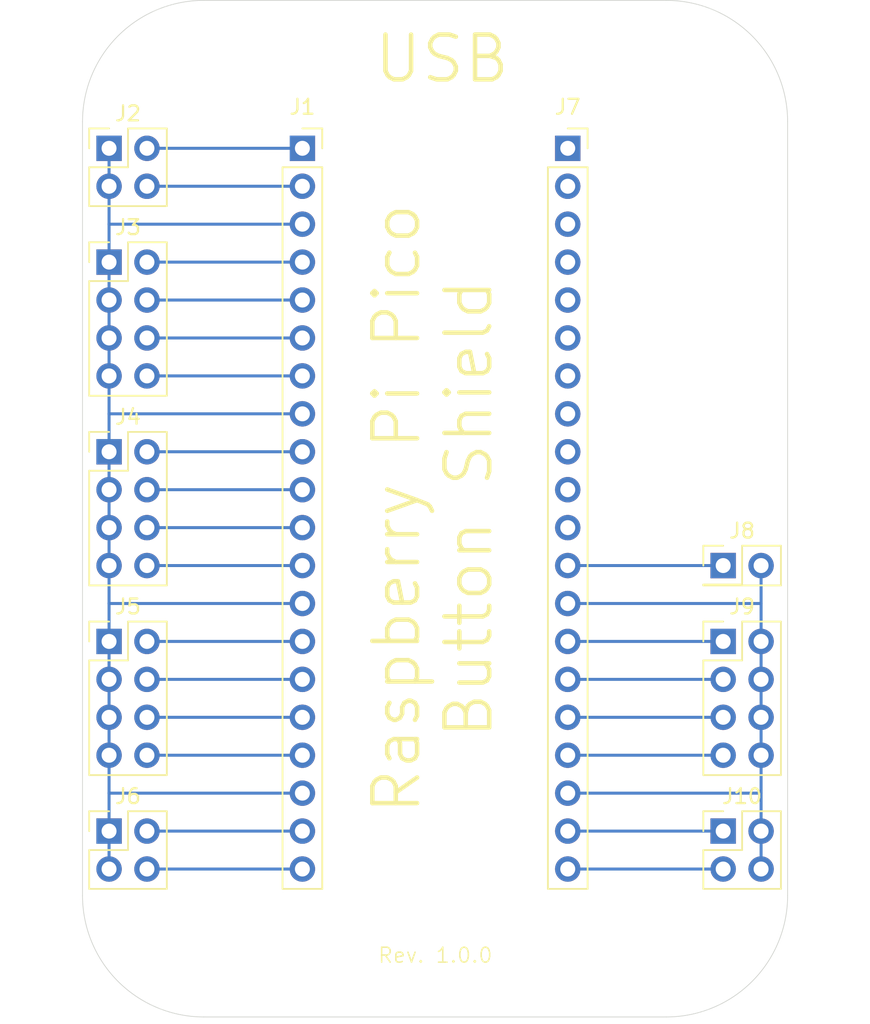
<source format=kicad_pcb>
(kicad_pcb (version 20240108) (generator "pcbnew") (generator_version "8.0")
  (layers (0 "F.Cu" signal) (31 "B.Cu" signal) (34 "B.Paste" user) (35 "F.Paste" user) (36 "B.SilkS" user "B.Silkscreen") (37 "F.SilkS" user "F.Silkscreen") (38 "B.Mask" user) (39 "F.Mask" user) (44 "Edge.Cuts" user))
  (net 0 "")
  (net 1 "Net-(J1-Pin_13)")
  (net 2 "Net-(J1-Pin_11)")
  (net 3 "Net-(J1-Pin_1)")
  (net 4 "Net-(J1-Pin_17)")
  (net 5 "Net-(J1-Pin_15)")
  (net 6 "Net-(J1-Pin_19)")
  (net 7 "Net-(J1-Pin_9)")
  (net 8 "Net-(J1-Pin_10)")
  (net 9 "Net-(J1-Pin_16)")
  (net 10 "Net-(J1-Pin_12)")
  (net 11 "Net-(J1-Pin_6)")
  (net 12 "Net-(J1-Pin_14)")
  (net 13 "Net-(J1-Pin_2)")
  (net 14 "Net-(J1-Pin_4)")
  (net 15 "Net-(J1-Pin_5)")
  (net 16 "Net-(J1-Pin_20)")
  (net 17 "Net-(J1-Pin_7)")
  (net 20 "Net-(J7-Pin_12)")
  (net 30 "Net-(J7-Pin_17)")
  (net 31 "Net-(J7-Pin_14)")
  (net 32 "Net-(J7-Pin_16)")
  (net 33 "Net-(J7-Pin_15)")
  (net 34 "Net-(J10-Pin_1)")
  (net 35 "Net-(J10-Pin_2)")
  (net 36 "Net-(J10-Pin_3)")
  (footprint "Connector_PinHeader_2.54mm:PinHeader_2x02_P2.54mm_Vertical" (layer "F.Cu") (at 139.7 96.52)
    (property "Reference" "J6" (at 1.27 -2.33 0) (layer "F.SilkS"))
    (property "Value" "Conn_02x02_Odd_Even")
    (fp_line (start -1.33 -1.33) (end 0 -1.33) (stroke (width 0.12)) (layer "F.SilkS"))
    (fp_line (start -1.33 0) (end -1.33 -1.33) (stroke (width 0.12)) (layer "F.SilkS"))
    (fp_line (start -1.33 1.27) (end -1.33 3.87) (stroke (width 0.12)) (layer "F.SilkS"))
    (fp_line (start -1.33 1.27) (end 1.27 1.27) (stroke (width 0.12)) (layer "F.SilkS"))
    (fp_line (start -1.33 3.87) (end 3.87 3.87) (stroke (width 0.12)) (layer "F.SilkS"))
    (fp_line (start 1.27 -1.33) (end 3.87 -1.33) (stroke (width 0.12)) (layer "F.SilkS"))
    (fp_line (start 1.27 1.27) (end 1.27 -1.33) (stroke (width 0.12)) (layer "F.SilkS"))
    (fp_line (start 3.87 -1.33) (end 3.87 3.87) (stroke (width 0.12)) (layer "F.SilkS"))
    (pad "1" thru_hole rect (at 0 0) (size 1.7 1.7) (drill 1) (layers "*.Cu" "*.Mask") (net 1 "Net-(J1-Pin_13)"))
    (pad "2" thru_hole oval (at 2.54 0) (size 1.7 1.7) (drill 1) (layers "*.Cu" "*.Mask") (net 6 "Net-(J1-Pin_19)"))
    (pad "3" thru_hole oval (at 0 2.54) (size 1.7 1.7) (drill 1) (layers "*.Cu" "*.Mask") (net 1 "Net-(J1-Pin_13)"))
    (pad "4" thru_hole oval (at 2.54 2.54) (size 1.7 1.7) (drill 1) (layers "*.Cu" "*.Mask") (net 16 "Net-(J1-Pin_20)"))
  )
  (footprint "Connector_PinHeader_2.54mm:PinHeader_2x04_P2.54mm_Vertical" (layer "F.Cu") (at 139.7 83.82)
    (property "Reference" "J5" (at 1.27 -2.33 0) (layer "F.SilkS"))
    (property "Value" "Conn_02x04_Odd_Even")
    (fp_line (start -1.33 -1.33) (end 0 -1.33) (stroke (width 0.12)) (layer "F.SilkS"))
    (fp_line (start -1.33 0) (end -1.33 -1.33) (stroke (width 0.12)) (layer "F.SilkS"))
    (fp_line (start -1.33 1.27) (end -1.33 8.95) (stroke (width 0.12)) (layer "F.SilkS"))
    (fp_line (start -1.33 1.27) (end 1.27 1.27) (stroke (width 0.12)) (layer "F.SilkS"))
    (fp_line (start -1.33 8.95) (end 3.87 8.95) (stroke (width 0.12)) (layer "F.SilkS"))
    (fp_line (start 1.27 -1.33) (end 3.87 -1.33) (stroke (width 0.12)) (layer "F.SilkS"))
    (fp_line (start 1.27 1.27) (end 1.27 -1.33) (stroke (width 0.12)) (layer "F.SilkS"))
    (fp_line (start 3.87 -1.33) (end 3.87 8.95) (stroke (width 0.12)) (layer "F.SilkS"))
    (pad "1" thru_hole rect (at 0 0) (size 1.7 1.7) (drill 1) (layers "*.Cu" "*.Mask") (net 1 "Net-(J1-Pin_13)"))
    (pad "2" thru_hole oval (at 2.54 0) (size 1.7 1.7) (drill 1) (layers "*.Cu" "*.Mask") (net 12 "Net-(J1-Pin_14)"))
    (pad "3" thru_hole oval (at 0 2.54) (size 1.7 1.7) (drill 1) (layers "*.Cu" "*.Mask") (net 1 "Net-(J1-Pin_13)"))
    (pad "4" thru_hole oval (at 2.54 2.54) (size 1.7 1.7) (drill 1) (layers "*.Cu" "*.Mask") (net 5 "Net-(J1-Pin_15)"))
    (pad "5" thru_hole oval (at 0 5.08) (size 1.7 1.7) (drill 1) (layers "*.Cu" "*.Mask") (net 1 "Net-(J1-Pin_13)"))
    (pad "6" thru_hole oval (at 2.54 5.08) (size 1.7 1.7) (drill 1) (layers "*.Cu" "*.Mask") (net 9 "Net-(J1-Pin_16)"))
    (pad "7" thru_hole oval (at 0 7.62) (size 1.7 1.7) (drill 1) (layers "*.Cu" "*.Mask") (net 1 "Net-(J1-Pin_13)"))
    (pad "8" thru_hole oval (at 2.54 7.62) (size 1.7 1.7) (drill 1) (layers "*.Cu" "*.Mask") (net 4 "Net-(J1-Pin_17)"))
  )
  (footprint "Connector_PinHeader_2.54mm:PinHeader_2x02_P2.54mm_Vertical" (layer "F.Cu") (at 180.848 96.52)
    (property "Reference" "J10" (at 1.27 -2.33 0) (layer "F.SilkS"))
    (property "Value" "Conn_02x02_Odd_Even")
    (fp_line (start -1.33 -1.33) (end 0 -1.33) (stroke (width 0.12)) (layer "F.SilkS"))
    (fp_line (start -1.33 0) (end -1.33 -1.33) (stroke (width 0.12)) (layer "F.SilkS"))
    (fp_line (start -1.33 1.27) (end -1.33 3.87) (stroke (width 0.12)) (layer "F.SilkS"))
    (fp_line (start -1.33 1.27) (end 1.27 1.27) (stroke (width 0.12)) (layer "F.SilkS"))
    (fp_line (start -1.33 3.87) (end 3.87 3.87) (stroke (width 0.12)) (layer "F.SilkS"))
    (fp_line (start 1.27 -1.33) (end 3.87 -1.33) (stroke (width 0.12)) (layer "F.SilkS"))
    (fp_line (start 1.27 1.27) (end 1.27 -1.33) (stroke (width 0.12)) (layer "F.SilkS"))
    (fp_line (start 3.87 -1.33) (end 3.87 3.87) (stroke (width 0.12)) (layer "F.SilkS"))
    (pad "1" thru_hole rect (at 0 0) (size 1.7 1.7) (drill 1) (layers "*.Cu" "*.Mask") (net 34 "Net-(J10-Pin_1)"))
    (pad "2" thru_hole oval (at 2.54 0) (size 1.7 1.7) (drill 1) (layers "*.Cu" "*.Mask") (net 35 "Net-(J10-Pin_2)"))
    (pad "3" thru_hole oval (at 0 2.54) (size 1.7 1.7) (drill 1) (layers "*.Cu" "*.Mask") (net 36 "Net-(J10-Pin_3)"))
    (pad "4" thru_hole oval (at 2.54 2.54) (size 1.7 1.7) (drill 1) (layers "*.Cu" "*.Mask") (net 35 "Net-(J10-Pin_2)"))
  )
  (footprint "Connector_PinHeader_2.54mm:PinHeader_2x04_P2.54mm_Vertical" (layer "F.Cu") (at 180.848 83.82)
    (property "Reference" "J9" (at 1.27 -2.33 0) (layer "F.SilkS"))
    (property "Value" "Conn_02x04_Odd_Even")
    (fp_line (start -1.33 -1.33) (end 0 -1.33) (stroke (width 0.12)) (layer "F.SilkS"))
    (fp_line (start -1.33 0) (end -1.33 -1.33) (stroke (width 0.12)) (layer "F.SilkS"))
    (fp_line (start -1.33 1.27) (end -1.33 8.95) (stroke (width 0.12)) (layer "F.SilkS"))
    (fp_line (start -1.33 1.27) (end 1.27 1.27) (stroke (width 0.12)) (layer "F.SilkS"))
    (fp_line (start -1.33 8.95) (end 3.87 8.95) (stroke (width 0.12)) (layer "F.SilkS"))
    (fp_line (start 1.27 -1.33) (end 3.87 -1.33) (stroke (width 0.12)) (layer "F.SilkS"))
    (fp_line (start 1.27 1.27) (end 1.27 -1.33) (stroke (width 0.12)) (layer "F.SilkS"))
    (fp_line (start 3.87 -1.33) (end 3.87 8.95) (stroke (width 0.12)) (layer "F.SilkS"))
    (pad "1" thru_hole rect (at 0 0) (size 1.7 1.7) (drill 1) (layers "*.Cu" "*.Mask") (net 31 "Net-(J7-Pin_14)"))
    (pad "2" thru_hole oval (at 2.54 0) (size 1.7 1.7) (drill 1) (layers "*.Cu" "*.Mask") (net 35 "Net-(J10-Pin_2)"))
    (pad "3" thru_hole oval (at 0 2.54) (size 1.7 1.7) (drill 1) (layers "*.Cu" "*.Mask") (net 33 "Net-(J7-Pin_15)"))
    (pad "4" thru_hole oval (at 2.54 2.54) (size 1.7 1.7) (drill 1) (layers "*.Cu" "*.Mask") (net 35 "Net-(J10-Pin_2)"))
    (pad "5" thru_hole oval (at 0 5.08) (size 1.7 1.7) (drill 1) (layers "*.Cu" "*.Mask") (net 32 "Net-(J7-Pin_16)"))
    (pad "6" thru_hole oval (at 2.54 5.08) (size 1.7 1.7) (drill 1) (layers "*.Cu" "*.Mask") (net 35 "Net-(J10-Pin_2)"))
    (pad "7" thru_hole oval (at 0 7.62) (size 1.7 1.7) (drill 1) (layers "*.Cu" "*.Mask") (net 30 "Net-(J7-Pin_17)"))
    (pad "8" thru_hole oval (at 2.54 7.62) (size 1.7 1.7) (drill 1) (layers "*.Cu" "*.Mask") (net 35 "Net-(J10-Pin_2)"))
  )
  (footprint "Connector_PinSocket_2.54mm:PinSocket_1x20_P2.54mm_Vertical" (layer "F.Cu") (at 170.434 50.8)
    (property "Reference" "J7" (at 0 -2.77 0) (layer "F.SilkS"))
    (property "Value" "Conn_01x20_Socket")
    (fp_line (start -1.33 1.27) (end -1.33 49.59) (stroke (width 0.12)) (layer "F.SilkS"))
    (fp_line (start -1.33 1.27) (end 1.33 1.27) (stroke (width 0.12)) (layer "F.SilkS"))
    (fp_line (start -1.33 49.59) (end 1.33 49.59) (stroke (width 0.12)) (layer "F.SilkS"))
    (fp_line (start 0 -1.33) (end 1.33 -1.33) (stroke (width 0.12)) (layer "F.SilkS"))
    (fp_line (start 1.33 -1.33) (end 1.33 0) (stroke (width 0.12)) (layer "F.SilkS"))
    (fp_line (start 1.33 1.27) (end 1.33 49.59) (stroke (width 0.12)) (layer "F.SilkS"))
    (pad "1" thru_hole rect (at 0 0) (size 1.7 1.7) (drill 1) (layers "*.Cu" "*.Mask"))
    (pad "2" thru_hole oval (at 0 2.54) (size 1.7 1.7) (drill 1) (layers "*.Cu" "*.Mask"))
    (pad "3" thru_hole oval (at 0 5.08) (size 1.7 1.7) (drill 1) (layers "*.Cu" "*.Mask"))
    (pad "4" thru_hole oval (at 0 7.62) (size 1.7 1.7) (drill 1) (layers "*.Cu" "*.Mask"))
    (pad "5" thru_hole oval (at 0 10.16) (size 1.7 1.7) (drill 1) (layers "*.Cu" "*.Mask"))
    (pad "6" thru_hole oval (at 0 12.7) (size 1.7 1.7) (drill 1) (layers "*.Cu" "*.Mask"))
    (pad "7" thru_hole oval (at 0 15.24) (size 1.7 1.7) (drill 1) (layers "*.Cu" "*.Mask"))
    (pad "8" thru_hole oval (at 0 17.78) (size 1.7 1.7) (drill 1) (layers "*.Cu" "*.Mask"))
    (pad "9" thru_hole oval (at 0 20.32) (size 1.7 1.7) (drill 1) (layers "*.Cu" "*.Mask"))
    (pad "10" thru_hole oval (at 0 22.86) (size 1.7 1.7) (drill 1) (layers "*.Cu" "*.Mask"))
    (pad "11" thru_hole oval (at 0 25.4) (size 1.7 1.7) (drill 1) (layers "*.Cu" "*.Mask"))
    (pad "12" thru_hole oval (at 0 27.94) (size 1.7 1.7) (drill 1) (layers "*.Cu" "*.Mask") (net 20 "Net-(J7-Pin_12)"))
    (pad "13" thru_hole oval (at 0 30.48) (size 1.7 1.7) (drill 1) (layers "*.Cu" "*.Mask") (net 35 "Net-(J10-Pin_2)"))
    (pad "14" thru_hole oval (at 0 33.02) (size 1.7 1.7) (drill 1) (layers "*.Cu" "*.Mask") (net 31 "Net-(J7-Pin_14)"))
    (pad "15" thru_hole oval (at 0 35.56) (size 1.7 1.7) (drill 1) (layers "*.Cu" "*.Mask") (net 33 "Net-(J7-Pin_15)"))
    (pad "16" thru_hole oval (at 0 38.1) (size 1.7 1.7) (drill 1) (layers "*.Cu" "*.Mask") (net 32 "Net-(J7-Pin_16)"))
    (pad "17" thru_hole oval (at 0 40.64) (size 1.7 1.7) (drill 1) (layers "*.Cu" "*.Mask") (net 30 "Net-(J7-Pin_17)"))
    (pad "18" thru_hole oval (at 0 43.18) (size 1.7 1.7) (drill 1) (layers "*.Cu" "*.Mask") (net 35 "Net-(J10-Pin_2)"))
    (pad "19" thru_hole oval (at 0 45.72) (size 1.7 1.7) (drill 1) (layers "*.Cu" "*.Mask") (net 34 "Net-(J10-Pin_1)"))
    (pad "20" thru_hole oval (at 0 48.26) (size 1.7 1.7) (drill 1) (layers "*.Cu" "*.Mask") (net 36 "Net-(J10-Pin_3)"))
  )
  (footprint "Connector_PinHeader_2.54mm:PinHeader_2x02_P2.54mm_Vertical" (layer "F.Cu") (at 139.7 50.8)
    (property "Reference" "J2" (at 1.27 -2.33 0) (layer "F.SilkS"))
    (property "Value" "Conn_02x02_Odd_Even")
    (fp_line (start -1.33 -1.33) (end 0 -1.33) (stroke (width 0.12)) (layer "F.SilkS"))
    (fp_line (start -1.33 0) (end -1.33 -1.33) (stroke (width 0.12)) (layer "F.SilkS"))
    (fp_line (start -1.33 1.27) (end -1.33 3.87) (stroke (width 0.12)) (layer "F.SilkS"))
    (fp_line (start -1.33 1.27) (end 1.27 1.27) (stroke (width 0.12)) (layer "F.SilkS"))
    (fp_line (start -1.33 3.87) (end 3.87 3.87) (stroke (width 0.12)) (layer "F.SilkS"))
    (fp_line (start 1.27 -1.33) (end 3.87 -1.33) (stroke (width 0.12)) (layer "F.SilkS"))
    (fp_line (start 1.27 1.27) (end 1.27 -1.33) (stroke (width 0.12)) (layer "F.SilkS"))
    (fp_line (start 3.87 -1.33) (end 3.87 3.87) (stroke (width 0.12)) (layer "F.SilkS"))
    (pad "1" thru_hole rect (at 0 0) (size 1.7 1.7) (drill 1) (layers "*.Cu" "*.Mask") (net 1 "Net-(J1-Pin_13)"))
    (pad "2" thru_hole oval (at 2.54 0) (size 1.7 1.7) (drill 1) (layers "*.Cu" "*.Mask") (net 3 "Net-(J1-Pin_1)"))
    (pad "3" thru_hole oval (at 0 2.54) (size 1.7 1.7) (drill 1) (layers "*.Cu" "*.Mask") (net 1 "Net-(J1-Pin_13)"))
    (pad "4" thru_hole oval (at 2.54 2.54) (size 1.7 1.7) (drill 1) (layers "*.Cu" "*.Mask") (net 13 "Net-(J1-Pin_2)"))
  )
  (footprint "Connector_PinSocket_2.54mm:PinSocket_1x20_P2.54mm_Vertical" (layer "F.Cu") (at 152.654 50.8)
    (property "Reference" "J1" (at 0 -2.77 0) (layer "F.SilkS"))
    (property "Value" "Conn_01x20_Socket")
    (fp_line (start -1.33 1.27) (end -1.33 49.59) (stroke (width 0.12)) (layer "F.SilkS"))
    (fp_line (start -1.33 1.27) (end 1.33 1.27) (stroke (width 0.12)) (layer "F.SilkS"))
    (fp_line (start -1.33 49.59) (end 1.33 49.59) (stroke (width 0.12)) (layer "F.SilkS"))
    (fp_line (start 0 -1.33) (end 1.33 -1.33) (stroke (width 0.12)) (layer "F.SilkS"))
    (fp_line (start 1.33 -1.33) (end 1.33 0) (stroke (width 0.12)) (layer "F.SilkS"))
    (fp_line (start 1.33 1.27) (end 1.33 49.59) (stroke (width 0.12)) (layer "F.SilkS"))
    (pad "1" thru_hole rect (at 0 0) (size 1.7 1.7) (drill 1) (layers "*.Cu" "*.Mask") (net 3 "Net-(J1-Pin_1)"))
    (pad "2" thru_hole oval (at 0 2.54) (size 1.7 1.7) (drill 1) (layers "*.Cu" "*.Mask") (net 13 "Net-(J1-Pin_2)"))
    (pad "3" thru_hole oval (at 0 5.08) (size 1.7 1.7) (drill 1) (layers "*.Cu" "*.Mask") (net 1 "Net-(J1-Pin_13)"))
    (pad "4" thru_hole oval (at 0 7.62) (size 1.7 1.7) (drill 1) (layers "*.Cu" "*.Mask") (net 14 "Net-(J1-Pin_4)"))
    (pad "5" thru_hole oval (at 0 10.16) (size 1.7 1.7) (drill 1) (layers "*.Cu" "*.Mask") (net 15 "Net-(J1-Pin_5)"))
    (pad "6" thru_hole oval (at 0 12.7) (size 1.7 1.7) (drill 1) (layers "*.Cu" "*.Mask") (net 11 "Net-(J1-Pin_6)"))
    (pad "7" thru_hole oval (at 0 15.24) (size 1.7 1.7) (drill 1) (layers "*.Cu" "*.Mask") (net 17 "Net-(J1-Pin_7)"))
    (pad "8" thru_hole oval (at 0 17.78) (size 1.7 1.7) (drill 1) (layers "*.Cu" "*.Mask") (net 1 "Net-(J1-Pin_13)"))
    (pad "9" thru_hole oval (at 0 20.32) (size 1.7 1.7) (drill 1) (layers "*.Cu" "*.Mask") (net 7 "Net-(J1-Pin_9)"))
    (pad "10" thru_hole oval (at 0 22.86) (size 1.7 1.7) (drill 1) (layers "*.Cu" "*.Mask") (net 8 "Net-(J1-Pin_10)"))
    (pad "11" thru_hole oval (at 0 25.4) (size 1.7 1.7) (drill 1) (layers "*.Cu" "*.Mask") (net 2 "Net-(J1-Pin_11)"))
    (pad "12" thru_hole oval (at 0 27.94) (size 1.7 1.7) (drill 1) (layers "*.Cu" "*.Mask") (net 10 "Net-(J1-Pin_12)"))
    (pad "13" thru_hole oval (at 0 30.48) (size 1.7 1.7) (drill 1) (layers "*.Cu" "*.Mask") (net 1 "Net-(J1-Pin_13)"))
    (pad "14" thru_hole oval (at 0 33.02) (size 1.7 1.7) (drill 1) (layers "*.Cu" "*.Mask") (net 12 "Net-(J1-Pin_14)"))
    (pad "15" thru_hole oval (at 0 35.56) (size 1.7 1.7) (drill 1) (layers "*.Cu" "*.Mask") (net 5 "Net-(J1-Pin_15)"))
    (pad "16" thru_hole oval (at 0 38.1) (size 1.7 1.7) (drill 1) (layers "*.Cu" "*.Mask") (net 9 "Net-(J1-Pin_16)"))
    (pad "17" thru_hole oval (at 0 40.64) (size 1.7 1.7) (drill 1) (layers "*.Cu" "*.Mask") (net 4 "Net-(J1-Pin_17)"))
    (pad "18" thru_hole oval (at 0 43.18) (size 1.7 1.7) (drill 1) (layers "*.Cu" "*.Mask") (net 1 "Net-(J1-Pin_13)"))
    (pad "19" thru_hole oval (at 0 45.72) (size 1.7 1.7) (drill 1) (layers "*.Cu" "*.Mask") (net 6 "Net-(J1-Pin_19)"))
    (pad "20" thru_hole oval (at 0 48.26) (size 1.7 1.7) (drill 1) (layers "*.Cu" "*.Mask") (net 16 "Net-(J1-Pin_20)"))
  )
  (footprint "Connector_PinHeader_2.54mm:PinHeader_2x04_P2.54mm_Vertical" (layer "F.Cu") (at 139.7 71.12)
    (property "Reference" "J4" (at 1.27 -2.33 0) (layer "F.SilkS"))
    (property "Value" "Conn_02x04_Odd_Even")
    (fp_line (start -1.33 -1.33) (end 0 -1.33) (stroke (width 0.12)) (layer "F.SilkS"))
    (fp_line (start -1.33 0) (end -1.33 -1.33) (stroke (width 0.12)) (layer "F.SilkS"))
    (fp_line (start -1.33 1.27) (end -1.33 8.95) (stroke (width 0.12)) (layer "F.SilkS"))
    (fp_line (start -1.33 1.27) (end 1.27 1.27) (stroke (width 0.12)) (layer "F.SilkS"))
    (fp_line (start -1.33 8.95) (end 3.87 8.95) (stroke (width 0.12)) (layer "F.SilkS"))
    (fp_line (start 1.27 -1.33) (end 3.87 -1.33) (stroke (width 0.12)) (layer "F.SilkS"))
    (fp_line (start 1.27 1.27) (end 1.27 -1.33) (stroke (width 0.12)) (layer "F.SilkS"))
    (fp_line (start 3.87 -1.33) (end 3.87 8.95) (stroke (width 0.12)) (layer "F.SilkS"))
    (pad "1" thru_hole rect (at 0 0) (size 1.7 1.7) (drill 1) (layers "*.Cu" "*.Mask") (net 1 "Net-(J1-Pin_13)"))
    (pad "2" thru_hole oval (at 2.54 0) (size 1.7 1.7) (drill 1) (layers "*.Cu" "*.Mask") (net 7 "Net-(J1-Pin_9)"))
    (pad "3" thru_hole oval (at 0 2.54) (size 1.7 1.7) (drill 1) (layers "*.Cu" "*.Mask") (net 1 "Net-(J1-Pin_13)"))
    (pad "4" thru_hole oval (at 2.54 2.54) (size 1.7 1.7) (drill 1) (layers "*.Cu" "*.Mask") (net 8 "Net-(J1-Pin_10)"))
    (pad "5" thru_hole oval (at 0 5.08) (size 1.7 1.7) (drill 1) (layers "*.Cu" "*.Mask") (net 1 "Net-(J1-Pin_13)"))
    (pad "6" thru_hole oval (at 2.54 5.08) (size 1.7 1.7) (drill 1) (layers "*.Cu" "*.Mask") (net 2 "Net-(J1-Pin_11)"))
    (pad "7" thru_hole oval (at 0 7.62) (size 1.7 1.7) (drill 1) (layers "*.Cu" "*.Mask") (net 1 "Net-(J1-Pin_13)"))
    (pad "8" thru_hole oval (at 2.54 7.62) (size 1.7 1.7) (drill 1) (layers "*.Cu" "*.Mask") (net 10 "Net-(J1-Pin_12)"))
  )
  (footprint "MountingHole:MountingHole_2.7mm" (layer "F.Cu") (at 175.616 104.883)
    (property "Reference" "REF**" (hide yes))
    (property "Value" "MountingHole_2.7mm")
    (pad "" np_thru_hole circle (at 0 0) (size 2.7 2.7) (drill 2.7) (layers "*.Cu" "*.Mask"))
  )
  (footprint "Connector_PinHeader_2.54mm:PinHeader_2x01_P2.54mm_Vertical" (layer "F.Cu") (at 180.848 78.74)
    (property "Reference" "J8" (at 1.27 -2.33 0) (layer "F.SilkS"))
    (property "Value" "Conn_02x01")
    (fp_line (start -1.33 -1.33) (end 0 -1.33) (stroke (width 0.12)) (layer "F.SilkS"))
    (fp_line (start -1.33 0) (end -1.33 -1.33) (stroke (width 0.12)) (layer "F.SilkS"))
    (fp_line (start -1.33 1.27) (end -1.33 1.33) (stroke (width 0.12)) (layer "F.SilkS"))
    (fp_line (start -1.33 1.27) (end 1.27 1.27) (stroke (width 0.12)) (layer "F.SilkS"))
    (fp_line (start -1.33 1.33) (end 3.87 1.33) (stroke (width 0.12)) (layer "F.SilkS"))
    (fp_line (start 1.27 -1.33) (end 3.87 -1.33) (stroke (width 0.12)) (layer "F.SilkS"))
    (fp_line (start 1.27 1.27) (end 1.27 -1.33) (stroke (width 0.12)) (layer "F.SilkS"))
    (fp_line (start 3.87 -1.33) (end 3.87 1.33) (stroke (width 0.12)) (layer "F.SilkS"))
    (pad "1" thru_hole rect (at 0 0) (size 1.7 1.7) (drill 1) (layers "*.Cu" "*.Mask") (net 20 "Net-(J7-Pin_12)"))
    (pad "2" thru_hole oval (at 2.54 0) (size 1.7 1.7) (drill 1) (layers "*.Cu" "*.Mask") (net 35 "Net-(J10-Pin_2)"))
  )
  (footprint "MountingHole:MountingHole_2.7mm" (layer "F.Cu") (at 147.452 104.883)
    (property "Reference" "REF**" (hide yes))
    (property "Value" "MountingHole_2.7mm")
    (pad "" np_thru_hole circle (at 0 0) (size 2.7 2.7) (drill 2.7) (layers "*.Cu" "*.Mask"))
  )
  (footprint "MountingHole:MountingHole_2.7mm" (layer "F.Cu") (at 147.452 44.947)
    (property "Reference" "REF**" (hide yes))
    (property "Value" "MountingHole_2.7mm")
    (pad "" np_thru_hole circle (at 0 0) (size 2.7 2.7) (drill 2.7) (layers "*.Cu" "*.Mask"))
  )
  (footprint "Connector_PinHeader_2.54mm:PinHeader_2x04_P2.54mm_Vertical" (layer "F.Cu") (at 139.7 58.42)
    (property "Reference" "J3" (at 1.27 -2.33 0) (layer "F.SilkS"))
    (property "Value" "Conn_02x04_Odd_Even")
    (fp_line (start -1.33 -1.33) (end 0 -1.33) (stroke (width 0.12)) (layer "F.SilkS"))
    (fp_line (start -1.33 0) (end -1.33 -1.33) (stroke (width 0.12)) (layer "F.SilkS"))
    (fp_line (start -1.33 1.27) (end -1.33 8.95) (stroke (width 0.12)) (layer "F.SilkS"))
    (fp_line (start -1.33 1.27) (end 1.27 1.27) (stroke (width 0.12)) (layer "F.SilkS"))
    (fp_line (start -1.33 8.95) (end 3.87 8.95) (stroke (width 0.12)) (layer "F.SilkS"))
    (fp_line (start 1.27 -1.33) (end 3.87 -1.33) (stroke (width 0.12)) (layer "F.SilkS"))
    (fp_line (start 1.27 1.27) (end 1.27 -1.33) (stroke (width 0.12)) (layer "F.SilkS"))
    (fp_line (start 3.87 -1.33) (end 3.87 8.95) (stroke (width 0.12)) (layer "F.SilkS"))
    (pad "1" thru_hole rect (at 0 0) (size 1.7 1.7) (drill 1) (layers "*.Cu" "*.Mask") (net 1 "Net-(J1-Pin_13)"))
    (pad "2" thru_hole oval (at 2.54 0) (size 1.7 1.7) (drill 1) (layers "*.Cu" "*.Mask") (net 14 "Net-(J1-Pin_4)"))
    (pad "3" thru_hole oval (at 0 2.54) (size 1.7 1.7) (drill 1) (layers "*.Cu" "*.Mask") (net 1 "Net-(J1-Pin_13)"))
    (pad "4" thru_hole oval (at 2.54 2.54) (size 1.7 1.7) (drill 1) (layers "*.Cu" "*.Mask") (net 15 "Net-(J1-Pin_5)"))
    (pad "5" thru_hole oval (at 0 5.08) (size 1.7 1.7) (drill 1) (layers "*.Cu" "*.Mask") (net 1 "Net-(J1-Pin_13)"))
    (pad "6" thru_hole oval (at 2.54 5.08) (size 1.7 1.7) (drill 1) (layers "*.Cu" "*.Mask") (net 11 "Net-(J1-Pin_6)"))
    (pad "7" thru_hole oval (at 0 7.62) (size 1.7 1.7) (drill 1) (layers "*.Cu" "*.Mask") (net 1 "Net-(J1-Pin_13)"))
    (pad "8" thru_hole oval (at 2.54 7.62) (size 1.7 1.7) (drill 1) (layers "*.Cu" "*.Mask") (net 17 "Net-(J1-Pin_7)"))
  )
  (footprint "MountingHole:MountingHole_2.7mm" (layer "F.Cu") (at 175.616 44.947)
    (property "Reference" "REF**" (hide yes))
    (property "Value" "MountingHole_2.7mm")
    (pad "" np_thru_hole circle (at 0 0) (size 2.7 2.7) (drill 2.7) (layers "*.Cu" "*.Mask"))
  )
  (gr_line (start 146.05 108.966) (end 177.038 108.966) (stroke (width 0.05)) (layer "Edge.Cuts"))
  (gr_arc (start 185.166 100.838) (mid 182.785364 106.585364) (end 177.038 108.966) (stroke (width 0.05)) (layer "Edge.Cuts"))
  (gr_line (start 137.922 100.838) (end 137.922 49.022) (stroke (width 0.05)) (layer "Edge.Cuts"))
  (gr_arc (start 146.05 108.966) (mid 140.302636 106.585364) (end 137.922 100.838) (stroke (width 0.05)) (layer "Edge.Cuts"))
  (gr_arc (start 137.922 49.022) (mid 140.302636 43.274636) (end 146.05 40.894) (stroke (width 0.05)) (layer "Edge.Cuts"))
  (gr_line (start 185.166 100.838) (end 185.166 49.022) (stroke (width 0.05)) (layer "Edge.Cuts"))
  (gr_arc (start 177.038 40.894) (mid 182.785364 43.274636) (end 185.166 49.022) (stroke (width 0.05)) (layer "Edge.Cuts"))
  (gr_line (start 146.05 40.894) (end 177.038 40.894) (stroke (width 0.05)) (layer "Edge.Cuts"))
  (gr_text "USB" (at 162.0065 46.5655 0) (layer "F.SilkS") (effects (font (size 3 3) (thickness 0.3)) (justify bottom)))
  (gr_text "Raspberry Pi Pico\nButton Shield" (at 165.552416 74.93 90) (layer "F.SilkS") (effects (font (size 3 3) (thickness 0.3)) (justify bottom)))
  (gr_text "Rev. 1.0.0" (at 157.660667 105.4225 0) (layer "F.SilkS") (effects (font (size 1 1) (thickness 0.1)) (justify left bottom)))
  (segment (start 139.7 55.88) (end 139.7 68.58) (width 0.2) (layer "B.Cu") (net 1))
  (segment (start 139.7 81.28) (end 139.7 93.98) (width 0.2) (layer "B.Cu") (net 1))
  (segment (start 152.654 68.58) (end 139.7 68.58) (width 0.2) (layer "B.Cu") (net 1))
  (segment (start 139.7 68.58) (end 139.7 81.28) (width 0.2) (layer "B.Cu") (net 1))
  (segment (start 139.7 93.98) (end 139.7 99.06) (width 0.2) (layer "B.Cu") (net 1))
  (segment (start 152.654 55.88) (end 139.7 55.88) (width 0.2) (layer "B.Cu") (net 1))
  (segment (start 152.654 81.28) (end 139.7 81.28) (width 0.2) (layer "B.Cu") (net 1))
  (segment (start 139.7 55.88) (end 139.7 50.8) (width 0.2) (layer "B.Cu") (net 1))
  (segment (start 152.654 93.98) (end 139.7 93.98) (width 0.2) (layer "B.Cu") (net 1))
  (segment (start 152.654 76.2) (end 142.24 76.2) (width 0.2) (layer "B.Cu") (net 2))
  (segment (start 152.654 50.8) (end 142.24 50.8) (width 0.2) (layer "B.Cu") (net 3))
  (segment (start 152.654 91.44) (end 142.24 91.44) (width 0.2) (layer "B.Cu") (net 4))
  (segment (start 152.654 86.36) (end 142.24 86.36) (width 0.2) (layer "B.Cu") (net 5))
  (segment (start 152.654 96.52) (end 142.24 96.52) (width 0.2) (layer "B.Cu") (net 6))
  (segment (start 152.654 71.12) (end 142.24 71.12) (width 0.2) (layer "B.Cu") (net 7))
  (segment (start 152.654 73.66) (end 142.24 73.66) (width 0.2) (layer "B.Cu") (net 8))
  (segment (start 152.654 88.9) (end 142.24 88.9) (width 0.2) (layer "B.Cu") (net 9))
  (segment (start 152.654 78.74) (end 142.24 78.74) (width 0.2) (layer "B.Cu") (net 10))
  (segment (start 152.654 63.5) (end 142.24 63.5) (width 0.2) (layer "B.Cu") (net 11))
  (segment (start 152.654 83.82) (end 142.24 83.82) (width 0.2) (layer "B.Cu") (net 12))
  (segment (start 152.654 53.34) (end 142.24 53.34) (width 0.2) (layer "B.Cu") (net 13))
  (segment (start 152.654 58.42) (end 142.24 58.42) (width 0.2) (layer "B.Cu") (net 14))
  (segment (start 152.654 60.96) (end 142.24 60.96) (width 0.2) (layer "B.Cu") (net 15))
  (segment (start 152.654 99.06) (end 142.24 99.06) (width 0.2) (layer "B.Cu") (net 16))
  (segment (start 152.654 66.04) (end 142.24 66.04) (width 0.2) (layer "B.Cu") (net 17))
  (segment (start 170.434 78.74) (end 180.848 78.74) (width 0.2) (layer "B.Cu") (net 20))
  (segment (start 170.434 91.44) (end 180.848 91.44) (width 0.2) (layer "B.Cu") (net 30))
  (segment (start 170.434 83.82) (end 180.848 83.82) (width 0.2) (layer "B.Cu") (net 31))
  (segment (start 170.434 88.9) (end 180.848 88.9) (width 0.2) (layer "B.Cu") (net 32))
  (segment (start 170.434 86.36) (end 180.848 86.36) (width 0.2) (layer "B.Cu") (net 33))
  (segment (start 170.434 96.52) (end 180.848 96.52) (width 0.2) (layer "B.Cu") (net 34))
  (segment (start 170.434 93.98) (end 183.388 93.98) (width 0.2) (layer "B.Cu") (net 35))
  (segment (start 183.388 81.28) (end 183.388 83.82) (width 0.2) (layer "B.Cu") (net 35))
  (segment (start 183.388 93.98) (end 183.388 83.82) (width 0.2) (layer "B.Cu") (net 35))
  (segment (start 170.434 81.28) (end 183.388 81.28) (width 0.2) (layer "B.Cu") (net 35))
  (segment (start 183.388 78.74) (end 183.388 81.28) (width 0.2) (layer "B.Cu") (net 35))
  (segment (start 183.388 93.98) (end 183.388 99.06) (width 0.2) (layer "B.Cu") (net 35))
  (segment (start 170.434 99.06) (end 180.848 99.06) (width 0.2) (layer "B.Cu") (net 36))
)
</source>
